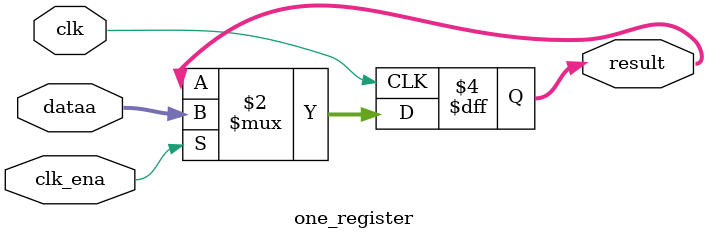
<source format=v>

module fir (
	clk,
	reset,
	clk_ena,
	i_valid,
	i_in,
	o_valid,
	o_out
);
	// Data Width
	parameter dw = 18; //Data input/output bits

	// Number of filter coefficients
	parameter N = 31;
	parameter N_UNIQ = 16; // ciel(N/2) assuming symmetric filter coefficients

	//Number of extra valid cycles needed to align output (i.e. computation pipeline depth + input/output registers
	localparam N_VALID_REGS = 37;

	input clk;
	input reset;
	input clk_ena;
	input i_valid;
	input [dw-1:0] i_in; // signed
	output o_valid;
	output [dw-1:0] o_out; // signed

	// Data Width dervied parameters
	localparam dw_add_int = 18; //Internal adder precision bits
	localparam dw_mult_int = 36; //Internal multiplier precision bits
	localparam scale_factor = 17; //Multiplier normalization shift amount

	// Number of extra registers in INPUT_PIPELINE_REG to prevent contention for CHAIN_END's chain adders
	localparam N_INPUT_REGS = 31;

	// Debug
	// initial begin
	// 	$display ("Data Width: %d", dw);
	// 	$display ("Data Width Add Internal: %d", dw_add_int);
	// 	$display ("Data Width Mult Internal: %d", dw_mult_int);
	// 	$display ("Scale Factor: %d", scale_factor);
	// end

	reg [dw-1:0] COEFFICIENT_0;
	reg [dw-1:0] COEFFICIENT_1;
	reg [dw-1:0] COEFFICIENT_2;
	reg [dw-1:0] COEFFICIENT_3;
	reg [dw-1:0] COEFFICIENT_4;
	reg [dw-1:0] COEFFICIENT_5;
	reg [dw-1:0] COEFFICIENT_6;
	reg [dw-1:0] COEFFICIENT_7;
	reg [dw-1:0] COEFFICIENT_8;
	reg [dw-1:0] COEFFICIENT_9;
	reg [dw-1:0] COEFFICIENT_10;
	reg [dw-1:0] COEFFICIENT_11;
	reg [dw-1:0] COEFFICIENT_12;
	reg [dw-1:0] COEFFICIENT_13;
	reg [dw-1:0] COEFFICIENT_14;
	reg [dw-1:0] COEFFICIENT_15;

	always@(posedge clk) begin
		COEFFICIENT_0 <= 18'd88;
		COEFFICIENT_1 <= 18'd0;
		COEFFICIENT_2 <= -18'd97;
		COEFFICIENT_3 <= -18'd197;
		COEFFICIENT_4 <= -18'd294;
		COEFFICIENT_5 <= -18'd380;
		COEFFICIENT_6 <= -18'd447;
		COEFFICIENT_7 <= -18'd490;
		COEFFICIENT_8 <= -18'd504;
		COEFFICIENT_9 <= -18'd481;
		COEFFICIENT_10 <= -18'd420;
		COEFFICIENT_11 <= -18'd319;
		COEFFICIENT_12 <= -18'd178;
		COEFFICIENT_13 <= 18'd0;
		COEFFICIENT_14 <= 18'd212;
		COEFFICIENT_15 <= 18'd451;
	end

	////******************************************************
	// *
	// * Valid Delay Pipeline
	// *
	// *****************************************************
	//Input valid signal is pipelined to become output valid signal

	//Valid registers
	reg [N_VALID_REGS-1:0] VALID_PIPELINE_REGS;

	always@(posedge clk or posedge reset) begin
		if(reset) begin
			VALID_PIPELINE_REGS <= 0;
		end else begin
			if(clk_ena) begin
				VALID_PIPELINE_REGS <= {VALID_PIPELINE_REGS[N_VALID_REGS-2:0], i_valid};
			end else begin
				VALID_PIPELINE_REGS <= VALID_PIPELINE_REGS;
			end
		end
	end

	////******************************************************
	// *
	// * Input Register Pipeline
	// *
	// *****************************************************
	//Pipelined input values

	//Input value registers

	wire [dw-1:0] INPUT_PIPELINE_REG_0;
	wire [dw-1:0] INPUT_PIPELINE_REG_1;
	wire [dw-1:0] INPUT_PIPELINE_REG_2;
	wire [dw-1:0] INPUT_PIPELINE_REG_3;
	wire [dw-1:0] INPUT_PIPELINE_REG_4;
	wire [dw-1:0] INPUT_PIPELINE_REG_5;
	wire [dw-1:0] INPUT_PIPELINE_REG_6;
	wire [dw-1:0] INPUT_PIPELINE_REG_7;
	wire [dw-1:0] INPUT_PIPELINE_REG_8;
	wire [dw-1:0] INPUT_PIPELINE_REG_9;
	wire [dw-1:0] INPUT_PIPELINE_REG_10;
	wire [dw-1:0] INPUT_PIPELINE_REG_11;
	wire [dw-1:0] INPUT_PIPELINE_REG_12;
	wire [dw-1:0] INPUT_PIPELINE_REG_13;
	wire [dw-1:0] INPUT_PIPELINE_REG_14;
	wire [dw-1:0] INPUT_PIPELINE_REG_15;
	wire [dw-1:0] INPUT_PIPELINE_REG_16;
	wire [dw-1:0] INPUT_PIPELINE_REG_17;
	wire [dw-1:0] INPUT_PIPELINE_REG_18;
	wire [dw-1:0] INPUT_PIPELINE_REG_19;
	wire [dw-1:0] INPUT_PIPELINE_REG_20;
	wire [dw-1:0] INPUT_PIPELINE_REG_21;
	wire [dw-1:0] INPUT_PIPELINE_REG_22;
	wire [dw-1:0] INPUT_PIPELINE_REG_23;
	wire [dw-1:0] INPUT_PIPELINE_REG_24;
	wire [dw-1:0] INPUT_PIPELINE_REG_25;
	wire [dw-1:0] INPUT_PIPELINE_REG_26;
	wire [dw-1:0] INPUT_PIPELINE_REG_27;
	wire [dw-1:0] INPUT_PIPELINE_REG_28;
	wire [dw-1:0] INPUT_PIPELINE_REG_29;
	wire [dw-1:0] INPUT_PIPELINE_REG_30;

	input_pipeline in_pipe(
		.clk(clk), .clk_ena(clk_ena),
		.in_stream(i_in),
		.pipeline_reg_0(INPUT_PIPELINE_REG_0),
		.pipeline_reg_1(INPUT_PIPELINE_REG_1),
		.pipeline_reg_2(INPUT_PIPELINE_REG_2),
		.pipeline_reg_3(INPUT_PIPELINE_REG_3),
		.pipeline_reg_4(INPUT_PIPELINE_REG_4),
		.pipeline_reg_5(INPUT_PIPELINE_REG_5),
		.pipeline_reg_6(INPUT_PIPELINE_REG_6),
		.pipeline_reg_7(INPUT_PIPELINE_REG_7),
		.pipeline_reg_8(INPUT_PIPELINE_REG_8),
		.pipeline_reg_9(INPUT_PIPELINE_REG_9),
		.pipeline_reg_10(INPUT_PIPELINE_REG_10),
		.pipeline_reg_11(INPUT_PIPELINE_REG_11),
		.pipeline_reg_12(INPUT_PIPELINE_REG_12),
		.pipeline_reg_13(INPUT_PIPELINE_REG_13),
		.pipeline_reg_14(INPUT_PIPELINE_REG_14),
		.pipeline_reg_15(INPUT_PIPELINE_REG_15),
		.pipeline_reg_16(INPUT_PIPELINE_REG_16),
		.pipeline_reg_17(INPUT_PIPELINE_REG_17),
		.pipeline_reg_18(INPUT_PIPELINE_REG_18),
		.pipeline_reg_19(INPUT_PIPELINE_REG_19),
		.pipeline_reg_20(INPUT_PIPELINE_REG_20),
		.pipeline_reg_21(INPUT_PIPELINE_REG_21),
		.pipeline_reg_22(INPUT_PIPELINE_REG_22),
		.pipeline_reg_23(INPUT_PIPELINE_REG_23),
		.pipeline_reg_24(INPUT_PIPELINE_REG_24),
		.pipeline_reg_25(INPUT_PIPELINE_REG_25),
		.pipeline_reg_26(INPUT_PIPELINE_REG_26),
		.pipeline_reg_27(INPUT_PIPELINE_REG_27),
		.pipeline_reg_28(INPUT_PIPELINE_REG_28),
		.pipeline_reg_29(INPUT_PIPELINE_REG_29),
		.pipeline_reg_30(INPUT_PIPELINE_REG_30),
		.reset(reset)	);
	defparam in_pipe.WIDTH = 18; // = dw
	////******************************************************
	// *
	// * Computation Pipeline
	// *
	// *****************************************************

	// ************************* LEVEL 0 *************************   
	wire [dw-1:0] L0_output_wires_0;
	wire [dw-1:0] L0_output_wires_1;
	wire [dw-1:0] L0_output_wires_2;
	wire [dw-1:0] L0_output_wires_3;
	wire [dw-1:0] L0_output_wires_4;
	wire [dw-1:0] L0_output_wires_5;
	wire [dw-1:0] L0_output_wires_6;
	wire [dw-1:0] L0_output_wires_7;
	wire [dw-1:0] L0_output_wires_8;
	wire [dw-1:0] L0_output_wires_9;
	wire [dw-1:0] L0_output_wires_10;
	wire [dw-1:0] L0_output_wires_11;
	wire [dw-1:0] L0_output_wires_12;
	wire [dw-1:0] L0_output_wires_13;
	wire [dw-1:0] L0_output_wires_14;
	wire [dw-1:0] L0_output_wires_15;

	adder_with_1_reg L0_adder_0and30(
		.clk(clk), .clk_ena(clk_ena),
		.dataa (INPUT_PIPELINE_REG_0),
		.datab (INPUT_PIPELINE_REG_30),
		.result(L0_output_wires_0)
	);

	adder_with_1_reg L0_adder_1and29(
		.clk(clk), .clk_ena(clk_ena),
		.dataa (INPUT_PIPELINE_REG_1),
		.datab (INPUT_PIPELINE_REG_29),
		.result(L0_output_wires_1)
	);

	adder_with_1_reg L0_adder_2and28(
		.clk(clk), .clk_ena(clk_ena),
		.dataa (INPUT_PIPELINE_REG_2),
		.datab (INPUT_PIPELINE_REG_28),
		.result(L0_output_wires_2)
	);

	adder_with_1_reg L0_adder_3and27(
		.clk(clk), .clk_ena(clk_ena),
		.dataa (INPUT_PIPELINE_REG_3),
		.datab (INPUT_PIPELINE_REG_27),
		.result(L0_output_wires_3)
	);

	adder_with_1_reg L0_adder_4and26(
		.clk(clk), .clk_ena(clk_ena),
		.dataa (INPUT_PIPELINE_REG_4),
		.datab (INPUT_PIPELINE_REG_26),
		.result(L0_output_wires_4)
	);

	adder_with_1_reg L0_adder_5and25(
		.clk(clk), .clk_ena(clk_ena),
		.dataa (INPUT_PIPELINE_REG_5),
		.datab (INPUT_PIPELINE_REG_25),
		.result(L0_output_wires_5)
	);

	adder_with_1_reg L0_adder_6and24(
		.clk(clk), .clk_ena(clk_ena),
		.dataa (INPUT_PIPELINE_REG_6),
		.datab (INPUT_PIPELINE_REG_24),
		.result(L0_output_wires_6)
	);

	adder_with_1_reg L0_adder_7and23(
		.clk(clk), .clk_ena(clk_ena),
		.dataa (INPUT_PIPELINE_REG_7),
		.datab (INPUT_PIPELINE_REG_23),
		.result(L0_output_wires_7)
	);

	adder_with_1_reg L0_adder_8and22(
		.clk(clk), .clk_ena(clk_ena),
		.dataa (INPUT_PIPELINE_REG_8),
		.datab (INPUT_PIPELINE_REG_22),
		.result(L0_output_wires_8)
	);

	adder_with_1_reg L0_adder_9and21(
		.clk(clk), .clk_ena(clk_ena),
		.dataa (INPUT_PIPELINE_REG_9),
		.datab (INPUT_PIPELINE_REG_21),
		.result(L0_output_wires_9)
	);

	adder_with_1_reg L0_adder_10and20(
		.clk(clk), .clk_ena(clk_ena),
		.dataa (INPUT_PIPELINE_REG_10),
		.datab (INPUT_PIPELINE_REG_20),
		.result(L0_output_wires_10)
	);

	adder_with_1_reg L0_adder_11and19(
		.clk(clk), .clk_ena(clk_ena),
		.dataa (INPUT_PIPELINE_REG_11),
		.datab (INPUT_PIPELINE_REG_19),
		.result(L0_output_wires_11)
	);

	adder_with_1_reg L0_adder_12and18(
		.clk(clk), .clk_ena(clk_ena),
		.dataa (INPUT_PIPELINE_REG_12),
		.datab (INPUT_PIPELINE_REG_18),
		.result(L0_output_wires_12)
	);

	adder_with_1_reg L0_adder_13and17(
		.clk(clk), .clk_ena(clk_ena),
		.dataa (INPUT_PIPELINE_REG_13),
		.datab (INPUT_PIPELINE_REG_17),
		.result(L0_output_wires_13)
	);

	adder_with_1_reg L0_adder_14and16(
		.clk(clk), .clk_ena(clk_ena),
		.dataa (INPUT_PIPELINE_REG_14),
		.datab (INPUT_PIPELINE_REG_16),
		.result(L0_output_wires_14)
	);

	// (15 main tree Adders)

	// ********* Byes ********   
	one_register L0_byereg_for_15(
		.clk(clk), .clk_ena(clk_ena),
		.dataa (INPUT_PIPELINE_REG_15),
		.result(L0_output_wires_15)
	);

	// (1 byes)

	// ************************* LEVEL 1 *************************   
	// **************** Multipliers ****************   
	wire [dw-1:0] L1_mult_wires_0;
	wire [dw-1:0] L1_mult_wires_1;
	wire [dw-1:0] L1_mult_wires_2;
	wire [dw-1:0] L1_mult_wires_3;
	wire [dw-1:0] L1_mult_wires_4;
	wire [dw-1:0] L1_mult_wires_5;
	wire [dw-1:0] L1_mult_wires_6;
	wire [dw-1:0] L1_mult_wires_7;
	wire [dw-1:0] L1_mult_wires_8;
	wire [dw-1:0] L1_mult_wires_9;
	wire [dw-1:0] L1_mult_wires_10;
	wire [dw-1:0] L1_mult_wires_11;
	wire [dw-1:0] L1_mult_wires_12;
	wire [dw-1:0] L1_mult_wires_13;
	wire [dw-1:0] L1_mult_wires_14;
	wire [dw-1:0] L1_mult_wires_15;

	multiplier_with_reg L1_mul_0(
		.clk(clk), .clk_ena(clk_ena),
		.dataa (L0_output_wires_0),
		.datab (COEFFICIENT_0),
		.result(L1_mult_wires_0)
	);

	multiplier_with_reg L1_mul_1(
		.clk(clk), .clk_ena(clk_ena),
		.dataa (L0_output_wires_1),
		.datab (COEFFICIENT_1),
		.result(L1_mult_wires_1)
	);

	multiplier_with_reg L1_mul_2(
		.clk(clk), .clk_ena(clk_ena),
		.dataa (L0_output_wires_2),
		.datab (COEFFICIENT_2),
		.result(L1_mult_wires_2)
	);

	multiplier_with_reg L1_mul_3(
		.clk(clk), .clk_ena(clk_ena),
		.dataa (L0_output_wires_3),
		.datab (COEFFICIENT_3),
		.result(L1_mult_wires_3)
	);

	multiplier_with_reg L1_mul_4(
		.clk(clk), .clk_ena(clk_ena),
		.dataa (L0_output_wires_4),
		.datab (COEFFICIENT_4),
		.result(L1_mult_wires_4)
	);

	multiplier_with_reg L1_mul_5(
		.clk(clk), .clk_ena(clk_ena),
		.dataa (L0_output_wires_5),
		.datab (COEFFICIENT_5),
		.result(L1_mult_wires_5)
	);

	multiplier_with_reg L1_mul_6(
		.clk(clk), .clk_ena(clk_ena),
		.dataa (L0_output_wires_6),
		.datab (COEFFICIENT_6),
		.result(L1_mult_wires_6)
	);

	multiplier_with_reg L1_mul_7(
		.clk(clk), .clk_ena(clk_ena),
		.dataa (L0_output_wires_7),
		.datab (COEFFICIENT_7),
		.result(L1_mult_wires_7)
	);

	multiplier_with_reg L1_mul_8(
		.clk(clk), .clk_ena(clk_ena),
		.dataa (L0_output_wires_8),
		.datab (COEFFICIENT_8),
		.result(L1_mult_wires_8)
	);

	multiplier_with_reg L1_mul_9(
		.clk(clk), .clk_ena(clk_ena),
		.dataa (L0_output_wires_9),
		.datab (COEFFICIENT_9),
		.result(L1_mult_wires_9)
	);

	multiplier_with_reg L1_mul_10(
		.clk(clk), .clk_ena(clk_ena),
		.dataa (L0_output_wires_10),
		.datab (COEFFICIENT_10),
		.result(L1_mult_wires_10)
	);

	multiplier_with_reg L1_mul_11(
		.clk(clk), .clk_ena(clk_ena),
		.dataa (L0_output_wires_11),
		.datab (COEFFICIENT_11),
		.result(L1_mult_wires_11)
	);

	multiplier_with_reg L1_mul_12(
		.clk(clk), .clk_ena(clk_ena),
		.dataa (L0_output_wires_12),
		.datab (COEFFICIENT_12),
		.result(L1_mult_wires_12)
	);

	multiplier_with_reg L1_mul_13(
		.clk(clk), .clk_ena(clk_ena),
		.dataa (L0_output_wires_13),
		.datab (COEFFICIENT_13),
		.result(L1_mult_wires_13)
	);

	multiplier_with_reg L1_mul_14(
		.clk(clk), .clk_ena(clk_ena),
		.dataa (L0_output_wires_14),
		.datab (COEFFICIENT_14),
		.result(L1_mult_wires_14)
	);

	multiplier_with_reg L1_mul_15(
		.clk(clk), .clk_ena(clk_ena),
		.dataa (L0_output_wires_15),
		.datab (COEFFICIENT_15),
		.result(L1_mult_wires_15)
	);

	// (16 Multipliers)

	// **************** Adders ****************   
	wire [dw-1:0] L1_output_wires_0;
	wire [dw-1:0] L1_output_wires_1;
	wire [dw-1:0] L1_output_wires_2;
	wire [dw-1:0] L1_output_wires_3;
	wire [dw-1:0] L1_output_wires_4;
	wire [dw-1:0] L1_output_wires_5;
	wire [dw-1:0] L1_output_wires_6;
	wire [dw-1:0] L1_output_wires_7;

	adder_with_1_reg L1_adder_0and1(
		.clk(clk), .clk_ena(clk_ena),
		.dataa (L1_mult_wires_0),
		.datab (L1_mult_wires_1),
		.result(L1_output_wires_0)
	);

	adder_with_1_reg L1_adder_2and3(
		.clk(clk), .clk_ena(clk_ena),
		.dataa (L1_mult_wires_2),
		.datab (L1_mult_wires_3),
		.result(L1_output_wires_1)
	);

	adder_with_1_reg L1_adder_4and5(
		.clk(clk), .clk_ena(clk_ena),
		.dataa (L1_mult_wires_4),
		.datab (L1_mult_wires_5),
		.result(L1_output_wires_2)
	);

	adder_with_1_reg L1_adder_6and7(
		.clk(clk), .clk_ena(clk_ena),
		.dataa (L1_mult_wires_6),
		.datab (L1_mult_wires_7),
		.result(L1_output_wires_3)
	);

	adder_with_1_reg L1_adder_8and9(
		.clk(clk), .clk_ena(clk_ena),
		.dataa (L1_mult_wires_8),
		.datab (L1_mult_wires_9),
		.result(L1_output_wires_4)
	);

	adder_with_1_reg L1_adder_10and11(
		.clk(clk), .clk_ena(clk_ena),
		.dataa (L1_mult_wires_10),
		.datab (L1_mult_wires_11),
		.result(L1_output_wires_5)
	);

	adder_with_1_reg L1_adder_12and13(
		.clk(clk), .clk_ena(clk_ena),
		.dataa (L1_mult_wires_12),
		.datab (L1_mult_wires_13),
		.result(L1_output_wires_6)
	);

	adder_with_1_reg L1_adder_14and15(
		.clk(clk), .clk_ena(clk_ena),
		.dataa (L1_mult_wires_14),
		.datab (L1_mult_wires_15),
		.result(L1_output_wires_7)
	);

	// (8 main tree Adders)

	// ************************* LEVEL 2 *************************   
	wire [dw-1:0] L2_output_wires_0;
	wire [dw-1:0] L2_output_wires_1;
	wire [dw-1:0] L2_output_wires_2;
	wire [dw-1:0] L2_output_wires_3;

	adder_with_1_reg L2_adder_0and1(
		.clk(clk), .clk_ena(clk_ena),
		.dataa (L1_output_wires_0),
		.datab (L1_output_wires_1),
		.result(L2_output_wires_0)
	);

	adder_with_1_reg L2_adder_2and3(
		.clk(clk), .clk_ena(clk_ena),
		.dataa (L1_output_wires_2),
		.datab (L1_output_wires_3),
		.result(L2_output_wires_1)
	);

	adder_with_1_reg L2_adder_4and5(
		.clk(clk), .clk_ena(clk_ena),
		.dataa (L1_output_wires_4),
		.datab (L1_output_wires_5),
		.result(L2_output_wires_2)
	);

	adder_with_1_reg L2_adder_6and7(
		.clk(clk), .clk_ena(clk_ena),
		.dataa (L1_output_wires_6),
		.datab (L1_output_wires_7),
		.result(L2_output_wires_3)
	);

	// (4 main tree Adders)

	// ************************* LEVEL 3 *************************   
	wire [dw-1:0] L3_output_wires_0;
	wire [dw-1:0] L3_output_wires_1;

	adder_with_1_reg L3_adder_0and1(
		.clk(clk), .clk_ena(clk_ena),
		.dataa (L2_output_wires_0),
		.datab (L2_output_wires_1),
		.result(L3_output_wires_0)
	);

	adder_with_1_reg L3_adder_2and3(
		.clk(clk), .clk_ena(clk_ena),
		.dataa (L2_output_wires_2),
		.datab (L2_output_wires_3),
		.result(L3_output_wires_1)
	);

	// (2 main tree Adders)

	// ************************* LEVEL 4 *************************   
	wire [dw-1:0] L4_output_wires_0;

	adder_with_1_reg L4_adder_0and1(
		.clk(clk), .clk_ena(clk_ena),
		.dataa (L3_output_wires_0),
		.datab (L3_output_wires_1),
		.result(L4_output_wires_0)
	);

	// (1 main tree Adders)

	////******************************************************
	// *
	// * Output Logic
	// *
	// *****************************************************
	//Actual outputs
	assign o_out = L4_output_wires_0;

	assign o_valid = VALID_PIPELINE_REGS[N_VALID_REGS-1];

endmodule


module input_pipeline (
	clk,
	clk_ena,
	in_stream,
	pipeline_reg_0,
	pipeline_reg_1,
	pipeline_reg_2,
	pipeline_reg_3,
	pipeline_reg_4,
	pipeline_reg_5,
	pipeline_reg_6,
	pipeline_reg_7,
	pipeline_reg_8,
	pipeline_reg_9,
	pipeline_reg_10,
	pipeline_reg_11,
	pipeline_reg_12,
	pipeline_reg_13,
	pipeline_reg_14,
	pipeline_reg_15,
	pipeline_reg_16,
	pipeline_reg_17,
	pipeline_reg_18,
	pipeline_reg_19,
	pipeline_reg_20,
	pipeline_reg_21,
	pipeline_reg_22,
	pipeline_reg_23,
	pipeline_reg_24,
	pipeline_reg_25,
	pipeline_reg_26,
	pipeline_reg_27,
	pipeline_reg_28,
	pipeline_reg_29,
	pipeline_reg_30,
	reset);
	parameter WIDTH = 1;
	//Input value registers
	input clk;
	input clk_ena;
	input [WIDTH-1:0] in_stream;
	output [WIDTH-1:0] pipeline_reg_0;
	output [WIDTH-1:0] pipeline_reg_1;
	output [WIDTH-1:0] pipeline_reg_2;
	output [WIDTH-1:0] pipeline_reg_3;
	output [WIDTH-1:0] pipeline_reg_4;
	output [WIDTH-1:0] pipeline_reg_5;
	output [WIDTH-1:0] pipeline_reg_6;
	output [WIDTH-1:0] pipeline_reg_7;
	output [WIDTH-1:0] pipeline_reg_8;
	output [WIDTH-1:0] pipeline_reg_9;
	output [WIDTH-1:0] pipeline_reg_10;
	output [WIDTH-1:0] pipeline_reg_11;
	output [WIDTH-1:0] pipeline_reg_12;
	output [WIDTH-1:0] pipeline_reg_13;
	output [WIDTH-1:0] pipeline_reg_14;
	output [WIDTH-1:0] pipeline_reg_15;
	output [WIDTH-1:0] pipeline_reg_16;
	output [WIDTH-1:0] pipeline_reg_17;
	output [WIDTH-1:0] pipeline_reg_18;
	output [WIDTH-1:0] pipeline_reg_19;
	output [WIDTH-1:0] pipeline_reg_20;
	output [WIDTH-1:0] pipeline_reg_21;
	output [WIDTH-1:0] pipeline_reg_22;
	output [WIDTH-1:0] pipeline_reg_23;
	output [WIDTH-1:0] pipeline_reg_24;
	output [WIDTH-1:0] pipeline_reg_25;
	output [WIDTH-1:0] pipeline_reg_26;
	output [WIDTH-1:0] pipeline_reg_27;
	output [WIDTH-1:0] pipeline_reg_28;
	output [WIDTH-1:0] pipeline_reg_29;
	output [WIDTH-1:0] pipeline_reg_30;
	reg [WIDTH-1:0] pipeline_reg_0;
	reg [WIDTH-1:0] pipeline_reg_1;
	reg [WIDTH-1:0] pipeline_reg_2;
	reg [WIDTH-1:0] pipeline_reg_3;
	reg [WIDTH-1:0] pipeline_reg_4;
	reg [WIDTH-1:0] pipeline_reg_5;
	reg [WIDTH-1:0] pipeline_reg_6;
	reg [WIDTH-1:0] pipeline_reg_7;
	reg [WIDTH-1:0] pipeline_reg_8;
	reg [WIDTH-1:0] pipeline_reg_9;
	reg [WIDTH-1:0] pipeline_reg_10;
	reg [WIDTH-1:0] pipeline_reg_11;
	reg [WIDTH-1:0] pipeline_reg_12;
	reg [WIDTH-1:0] pipeline_reg_13;
	reg [WIDTH-1:0] pipeline_reg_14;
	reg [WIDTH-1:0] pipeline_reg_15;
	reg [WIDTH-1:0] pipeline_reg_16;
	reg [WIDTH-1:0] pipeline_reg_17;
	reg [WIDTH-1:0] pipeline_reg_18;
	reg [WIDTH-1:0] pipeline_reg_19;
	reg [WIDTH-1:0] pipeline_reg_20;
	reg [WIDTH-1:0] pipeline_reg_21;
	reg [WIDTH-1:0] pipeline_reg_22;
	reg [WIDTH-1:0] pipeline_reg_23;
	reg [WIDTH-1:0] pipeline_reg_24;
	reg [WIDTH-1:0] pipeline_reg_25;
	reg [WIDTH-1:0] pipeline_reg_26;
	reg [WIDTH-1:0] pipeline_reg_27;
	reg [WIDTH-1:0] pipeline_reg_28;
	reg [WIDTH-1:0] pipeline_reg_29;
	reg [WIDTH-1:0] pipeline_reg_30;
	input reset;

	always@(posedge clk or posedge reset) begin
		if(reset) begin
			pipeline_reg_0 <= 0;
			pipeline_reg_1 <= 0;
			pipeline_reg_2 <= 0;
			pipeline_reg_3 <= 0;
			pipeline_reg_4 <= 0;
			pipeline_reg_5 <= 0;
			pipeline_reg_6 <= 0;
			pipeline_reg_7 <= 0;
			pipeline_reg_8 <= 0;
			pipeline_reg_9 <= 0;
			pipeline_reg_10 <= 0;
			pipeline_reg_11 <= 0;
			pipeline_reg_12 <= 0;
			pipeline_reg_13 <= 0;
			pipeline_reg_14 <= 0;
			pipeline_reg_15 <= 0;
			pipeline_reg_16 <= 0;
			pipeline_reg_17 <= 0;
			pipeline_reg_18 <= 0;
			pipeline_reg_19 <= 0;
			pipeline_reg_20 <= 0;
			pipeline_reg_21 <= 0;
			pipeline_reg_22 <= 0;
			pipeline_reg_23 <= 0;
			pipeline_reg_24 <= 0;
			pipeline_reg_25 <= 0;
			pipeline_reg_26 <= 0;
			pipeline_reg_27 <= 0;
			pipeline_reg_28 <= 0;
			pipeline_reg_29 <= 0;
			pipeline_reg_30 <= 0;
		end else begin
			if(clk_ena) begin
				pipeline_reg_0 <= in_stream;
				pipeline_reg_1 <= pipeline_reg_0;
				pipeline_reg_2 <= pipeline_reg_1;
				pipeline_reg_3 <= pipeline_reg_2;
				pipeline_reg_4 <= pipeline_reg_3;
				pipeline_reg_5 <= pipeline_reg_4;
				pipeline_reg_6 <= pipeline_reg_5;
				pipeline_reg_7 <= pipeline_reg_6;
				pipeline_reg_8 <= pipeline_reg_7;
				pipeline_reg_9 <= pipeline_reg_8;
				pipeline_reg_10 <= pipeline_reg_9;
				pipeline_reg_11 <= pipeline_reg_10;
				pipeline_reg_12 <= pipeline_reg_11;
				pipeline_reg_13 <= pipeline_reg_12;
				pipeline_reg_14 <= pipeline_reg_13;
				pipeline_reg_15 <= pipeline_reg_14;
				pipeline_reg_16 <= pipeline_reg_15;
				pipeline_reg_17 <= pipeline_reg_16;
				pipeline_reg_18 <= pipeline_reg_17;
				pipeline_reg_19 <= pipeline_reg_18;
				pipeline_reg_20 <= pipeline_reg_19;
				pipeline_reg_21 <= pipeline_reg_20;
				pipeline_reg_22 <= pipeline_reg_21;
				pipeline_reg_23 <= pipeline_reg_22;
				pipeline_reg_24 <= pipeline_reg_23;
				pipeline_reg_25 <= pipeline_reg_24;
				pipeline_reg_26 <= pipeline_reg_25;
				pipeline_reg_27 <= pipeline_reg_26;
				pipeline_reg_28 <= pipeline_reg_27;
				pipeline_reg_29 <= pipeline_reg_28;
				pipeline_reg_30 <= pipeline_reg_29;
			end //else begin
				//pipeline_reg_0 <= pipeline_reg_0;
				//pipeline_reg_1 <= pipeline_reg_1;
				//pipeline_reg_2 <= pipeline_reg_2;
				//pipeline_reg_3 <= pipeline_reg_3;
				//pipeline_reg_4 <= pipeline_reg_4;
				//pipeline_reg_5 <= pipeline_reg_5;
				//pipeline_reg_6 <= pipeline_reg_6;
				//pipeline_reg_7 <= pipeline_reg_7;
				//pipeline_reg_8 <= pipeline_reg_8;
				//pipeline_reg_9 <= pipeline_reg_9;
				//pipeline_reg_10 <= pipeline_reg_10;
				//pipeline_reg_11 <= pipeline_reg_11;
				//pipeline_reg_12 <= pipeline_reg_12;
				//pipeline_reg_13 <= pipeline_reg_13;
				//pipeline_reg_14 <= pipeline_reg_14;
				//pipeline_reg_15 <= pipeline_reg_15;
				//pipeline_reg_16 <= pipeline_reg_16;
				//pipeline_reg_17 <= pipeline_reg_17;
				//pipeline_reg_18 <= pipeline_reg_18;
				//pipeline_reg_19 <= pipeline_reg_19;
				//pipeline_reg_20 <= pipeline_reg_20;
				//pipeline_reg_21 <= pipeline_reg_21;
				//pipeline_reg_22 <= pipeline_reg_22;
				//pipeline_reg_23 <= pipeline_reg_23;
				//pipeline_reg_24 <= pipeline_reg_24;
				//pipeline_reg_25 <= pipeline_reg_25;
				//pipeline_reg_26 <= pipeline_reg_26;
				//pipeline_reg_27 <= pipeline_reg_27;
				//pipeline_reg_28 <= pipeline_reg_28;
				//pipeline_reg_29 <= pipeline_reg_29;
				//pipeline_reg_30 <= pipeline_reg_30;
			//end
		end
	end
endmodule


module adder_with_1_reg (
	clk,
	clk_ena,
	dataa,
	datab,
	result);

	input	  clk;
	input	  clk_ena;
	input	[17:0]  dataa;
	input	[17:0]  datab;
	output	[17:0]  result;

	reg     [17:0]  result;

	always @(posedge clk) begin
		if(clk_ena) begin
			result <= dataa + datab;
		end
	end

endmodule


module multiplier_with_reg (
	clk,
	clk_ena,
	dataa,
	datab,
	result);

	input	  clk;
	input	  clk_ena;
	input	[17:0]  dataa;
	input	[17:0]  datab;
	output	[17:0]  result;

	reg     [17:0]  result;

	always @(posedge clk) begin
		if(clk_ena) begin
			result <= dataa * datab;
		end
	end

endmodule


module one_register (
	clk,
	clk_ena,
	dataa,
	result);

	input	  clk;
	input	  clk_ena;
	input	[17:0]  dataa;
	output	[17:0]  result;

	reg     [17:0]  result;

	always @(posedge clk) begin
		if(clk_ena) begin
			result <= dataa;
		end
	end

endmodule



</source>
